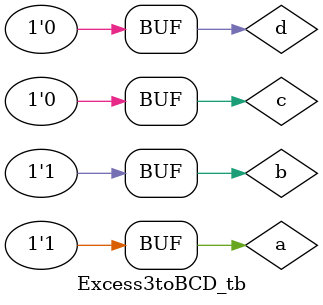
<source format=v>
`timescale 1ns/1ns

module Excess3toBCD (a, b, c, d, w, x, y, z);
    input a, b, c, d;
    output w, x ,y ,z;
    wire e,f;

    and(e,c,d);
    or(f,b,e);
    and(w,a,f);

    xnor(x,b,e);

    not(z,d);

    xor(y,c,d);
    

endmodule 

module Excess3toBCD_tb;

    reg a = 1'b0;
    reg b = 1'b0;
    reg c = 1'b0;
    reg d = 1'b0;

    wire w, x, y, z;

    Excess3toBCD h1(a,b,c,d,w,x,y,z);

    initial
    begin
        $dumpfile("Excess3toBCD.vcd");
        $dumpvars(0, Excess3toBCD_tb);
    end

    initial
    begin
        a = 1'b0;
        b = 1'b0;
        c = 1'b1;
        d = 1'b1;
        #10;
        a = 1'b0;
        b = 1'b1;
        c = 1'b0;
        d = 1'b0;
        #10;
        a = 1'b0;
        b = 1'b1;
        c = 1'b0;
        d = 1'b1;
        #10;
        a = 1'b0;
        b = 1'b1;
        c = 1'b1;
        d = 1'b0;
        #10;
        a = 1'b0;
        b = 1'b1;
        c = 1'b1;
        d = 1'b1;
        #10;
        a = 1'b1;
        b = 1'b0;
        c = 1'b0;
        d = 1'b0;
        #10;
        a = 1'b1;
        b = 1'b0;
        c = 1'b0;
        d = 1'b1;
        #10;
        a = 1'b1;
        b = 1'b0;
        c = 1'b1;
        d = 1'b0;
        #10;
        a = 1'b1;
        b = 1'b0;
        c = 1'b1;
        d = 1'b1;
        #10;
        a = 1'b1;
        b = 1'b1;
        c = 1'b0;
        d = 1'b0;
        #10;
    end

    initial
    begin
        $monitor("A = %d\tB = %d\tC = %d\tD = %d\t\tW = %d\tX = %d\tY = %d\tZ = %d\t",a,b,c,d,w,x,y,z);
    end

endmodule
</source>
